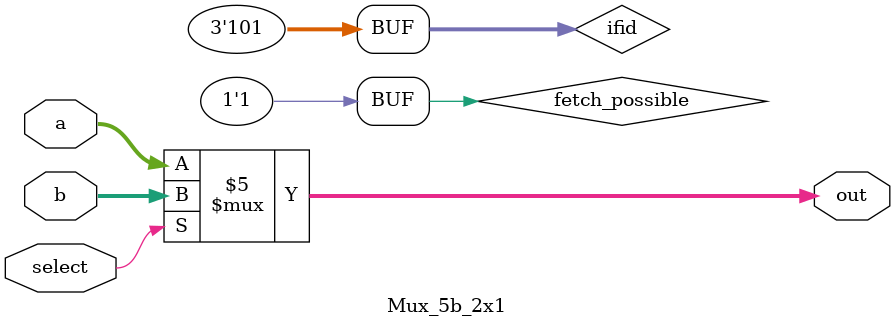
<source format=v>
`timescale 1ns / 1ps

//////////////////////////////////////////////////////////////////////////////////

// A very basic MUX 5 bit inputs
module Mux_5b_2x1(input wire [4:0] a, 
				  input wire [4:0] b,
				  input wire select, 
				  output reg[4:0] out);
	
	reg [2:0] ifid;
	wire [31:0] inst;

	always@(a or b)
	begin
			fetch_possible<=3'b111;
			ifid<=3'b101;		
	end

	always @(*)
		begin 
			if(select)
				out = b;
			else out = a;
		end


	always@(*)
	begin
			fetch_possible<=3'b111;
			ifid<=3'b101;		
	end
endmodule

</source>
